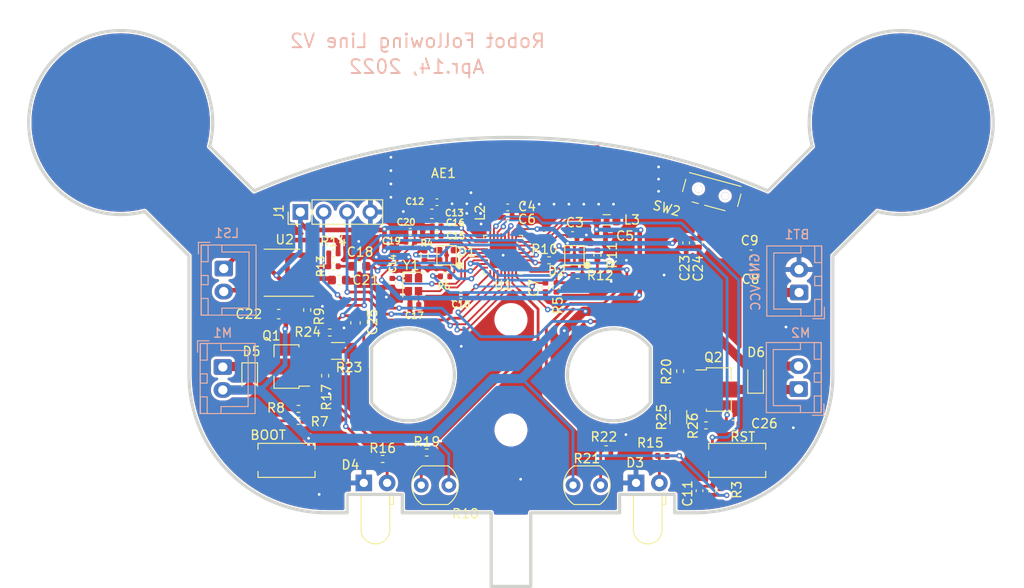
<source format=kicad_pcb>
(kicad_pcb (version 20211014) (generator pcbnew)
  (layers (0 "F.Cu" signal) (31 "B.Cu" signal) (34 "B.Paste" user) (35 "F.Paste" user) (36 "B.SilkS" user "B.Silkscreen") (37 "F.SilkS" user "F.Silkscreen") (38 "B.Mask" user) (39 "F.Mask" user) (44 "Edge.Cuts" user))
  (net 0 "")
  (net 1 "GND")
  (net 2 "/VDDCORE")
  (net 3 "/DCDC_OUT")
  (net 4 "/ANT")
  (net 5 "Net-(C11-Pad1)")
  (net 6 "/XIN")
  (net 7 "/AVDD15")
  (net 8 "/XOUT")
  (net 9 "VCC")
  (net 10 "Net-(BOOT1-Pad1)")
  (net 11 "Net-(BT1-Pad1)")
  (net 12 "/AUDIO")
  (net 13 "Net-(C18-Pad2)")
  (net 14 "/UART1_DTR")
  (net 15 "Net-(C21-Pad1)")
  (net 16 "Net-(D2-Pad1)")
  (net 17 "Net-(D2-Pad2)")
  (net 18 "Net-(D2-Pad4)")
  (net 19 "Net-(L3-Pad2)")
  (net 20 "Net-(D3-Pad2)")
  (net 21 "/LED_R")
  (net 22 "/LED_G")
  (net 23 "/LED_B")
  (net 24 "Net-(D4-Pad2)")
  (net 27 "Net-(AE1-Pad1)")
  (net 28 "Net-(D1-Pad1)")
  (net 29 "Net-(D1-Pad2)")
  (net 30 "Net-(D1-Pad4)")
  (net 31 "Net-(D5-Pad1)")
  (net 32 "Net-(D6-Pad1)")
  (net 33 "Net-(LS1-Pad1)")
  (net 34 "Net-(LS1-Pad2)")
  (net 35 "Net-(Q1-Pad1)")
  (net 36 "Net-(Q2-Pad1)")
  (net 37 "/S_SD")
  (net 38 "/MC_1")
  (net 39 "/MC_2")
  (net 40 "Net-(Q1-Pad3)")
  (net 41 "Net-(R13-Pad2)")
  (net 42 "/MOTOR1")
  (net 43 "/P1")
  (net 44 "/MOTOR2")
  (net 45 "/P2")
  (net 46 "Net-(Q2-Pad3)")
  (net 48 "/TX0")
  (net 49 "/RX0")
  (footprint "Resistor_SMD:R_0402_1005Metric" (layer "F.Cu") (at 221.697 144.5 90)
    (fp_text reference "R3")
    (fp_text value "10K")
  )
  (footprint "Capacitor_SMD:C_0402_1005Metric" (layer "F.Cu") (at 191.72 115.75 180)
    (fp_text reference "C16")
    (fp_text value "2.2uF")
  )
  (footprint "Capacitor_SMD:C_0603_1608Metric" (layer "F.Cu") (at 181.1 121.6)
    (fp_text reference "C21")
    (fp_text value "1uF")
  )
  (footprint "LED_THT:LED_D3.0mm_Horizontal_O1.27mm_Z2.0mm" (layer "F.Cu") (at 213.4 143.65)
    (fp_text reference "D3")
    (fp_text value "LED")
  )
  (footprint "Capacitor_SMD:C_0603_1608Metric" (layer "F.Cu") (at 191.2 114.4 180)
    (fp_text reference "C13")
    (fp_text value "10uF")
  )
  (footprint "Capacitor_SMD:C_0402_1005Metric" (layer "F.Cu") (at 199.45 114.8)
    (fp_text reference "C6")
    (fp_text value "NC")
  )
  (footprint "Capacitor_SMD:C_0402_1005Metric" (layer "F.Cu") (at 186.9 121.9 -90)
    (fp_text reference "C14")
    (fp_text value "12pF")
  )
  (footprint "Package_SO:SOP-8_3.9x4.9mm_P1.27mm" (layer "F.Cu") (at 174.9 120.8 180)
    (fp_text reference "U2")
    (fp_text value "FM8002A")
  )
  (footprint "Diode_SMD:D_SOD-323" (layer "F.Cu") (at 226.4 132.4 90)
    (fp_text reference "D6")
    (fp_text value "1N4148WS")
  )
  (footprint "Capacitor_SMD:C_0402_1005Metric" (layer "F.Cu") (at 206.5 116.7)
    (fp_text reference "C3")
    (fp_text value "2.2uF")
  )
  (footprint "Resistor_SMD:R_0402_1005Metric" (layer "F.Cu") (at 180.1 127.3)
    (fp_text reference "R24")
    (fp_text value "10K")
  )
  (footprint "Inductor_SMD:L_0402_1005Metric" (layer "F.Cu") (at 197.55 114.2 -90)
    (fp_text reference "L2")
    (fp_text value "0R")
  )
  (footprint "Package_DFN_QFN:QFN-32-1EP_4x4mm_P0.4mm_EP2.9x2.9mm" (layer "F.Cu") (at 198.95 118.85 180)
    (fp_text reference "U1")
    (fp_text value "BL702")
  )
  (footprint "Resistor_SMD:R_0402_1005Metric" (layer "F.Cu") (at 185.85 141.05)
    (fp_text reference "R16")
    (fp_text value "1K")
  )
  (footprint "Capacitor_SMD:C_0402_1005Metric" (layer "F.Cu") (at 225.9 118.7)
    (fp_text reference "C9")
    (fp_text value "2.2uF")
  )
  (footprint "Capacitor_SMD:C_0402_1005Metric" (layer "F.Cu") (at 218.85 117.55 -90)
    (fp_text reference "C23")
    (fp_text value "2.2uF")
  )
  (footprint "Capacitor_SMD:C_0402_1005Metric" (layer "F.Cu") (at 203.55 122.4 90)
    (fp_text reference "C7")
    (fp_text value "2.2uF")
  )
  (footprint "Resistor_SMD:R_0402_1005Metric" (layer "F.Cu") (at 180.5 120.1 180)
    (fp_text reference "R13")
    (fp_text value "20K")
  )
  (footprint "Package_TO_SOT_SMD:SOT-89-3" (layer "F.Cu") (at 175.7 131 180)
    (fp_text reference "Q1")
    (fp_text value "BCX56")
  )
  (footprint "Package_TO_SOT_SMD:SOT-89-3" (layer "F.Cu") (at 222.1 133.5)
    (fp_text reference "Q2")
    (fp_text value "BCX56")
  )
  (footprint "Capacitor_SMD:C_0603_1608Metric" (layer "F.Cu") (at 174.55 125.3 180)
    (fp_text reference "C22")
    (fp_text value "1uF")
  )
  (footprint "Resistor_SMD:R_0402_1005Metric" (layer "F.Cu") (at 218.2 131.5 -90)
    (fp_text reference "R20")
    (fp_text value "1K")
  )
  (footprint "Button_Switch_SMD:SW_SPST_EVQPE1" (layer "F.Cu") (at 175.4 141.2)
    (fp_text reference "BOOT")
    (fp_text value "SW_Push")
  )
  (footprint "LED_THT:LED_D3.0mm_Horizontal_O1.27mm_Z2.0mm" (layer "F.Cu") (at 183.8 143.65)
    (fp_text reference "D4")
    (fp_text value "LED")
  )
  (footprint "Capacitor_SMD:C_0603_1608Metric" (layer "F.Cu") (at 224 137.35 180)
    (fp_text reference "C26")
    (fp_text value "1uF")
  )
  (footprint "Capacitor_SMD:C_0603_1608Metric" (layer "F.Cu") (at 182.9 126.25 90)
    (fp_text reference "C25")
    (fp_text value "1uF")
  )
  (footprint "USB A SMD PAD:FM-B2020RGBA-HG" (layer "F.Cu") (at 206.7 118.9 180)
    (fp_text reference "D2")
    (fp_text value "LED_RGBA")
  )
  (footprint "Capacitor_SMD:C_0402_1005Metric" (layer "F.Cu") (at 209.6 116.75)
    (fp_text reference "C5")
    (fp_text value "2.2uF")
  )
  (footprint "Resistor_SMD:R_0402_1005Metric" (layer "F.Cu") (at 203.95 119.45 180)
    (fp_text reference "R10")
    (fp_text value "1K")
  )
  (footprint "Resistor_SMD:R_0402_1005Metric" (layer "F.Cu") (at 177.65 124.85 90)
    (fp_text reference "R9")
    (fp_text value "10K")
  )
  (footprint "Capacitor_SMD:C_0402_1005Metric" (layer "F.Cu") (at 191.72 116.774 180)
    (fp_text reference "C15")
    (fp_text value "10pF")
  )
  (footprint "Resistor_SMD:R_0402_1005Metric" (layer "F.Cu") (at 221 137.4)
    (fp_text reference "R26")
    (fp_text value "10K")
  )
  (footprint "Capacitor_SMD:C_0603_1608Metric" (layer "F.Cu") (at 183.3 120.1 180)
    (fp_text reference "C18")
    (fp_text value "0.39uF")
  )
  (footprint "Crystal:Crystal_SMD_2016-4Pin_2.0x1.6mm" (layer "F.Cu") (at 189.2 122.1 -90)
    (fp_text reference "Y1")
    (fp_text value "32MHz")
  )
  (footprint "Resistor_SMD:R_0402_1005Metric" (layer "F.Cu") (at 190.4 118.95 90)
    (fp_text reference "R4")
    (fp_text value "1K")
  )
  (footprint "Resistor_SMD:R_0402_1005Metric" (layer "F.Cu") (at 179.6 132 -90)
    (fp_text reference "R17")
    (fp_text value "1K")
  )
  (footprint "Capacitor_SMD:C_0402_1005Metric" (layer "F.Cu") (at 191.754 113.135 180)
    (fp_text reference "C12")
    (fp_text value "10pF")
  )
  (footprint "Diode_SMD:D_SOD-323" (layer "F.Cu") (at 171.4 132.1 -90)
    (fp_text reference "D5")
    (fp_text value "1N4148WS")
  )
  (footprint "Resistor_SMD:R_0402_1005Metric" (layer "F.Cu") (at 209.2 118.85 -90)
    (fp_text reference "R11")
    (fp_text value "1K")
  )
  (footprint "Resistor_SMD:R_0402_1005Metric" (layer "F.Cu") (at 176.7 136.9)
    (fp_text reference "R7")
    (fp_text value "510R")
  )
  (footprint "OptoDevice:R_LDR_5.0x4.1mm_P3mm_Vertical" (layer "F.Cu") (at 193.05 143.9 180)
    (fp_text reference "R18")
    (fp_text value "A9050")
  )
  (footprint "Resistor_SMD:R_0402_1005Metric" (layer "F.Cu") (at 190.65 140.35)
    (fp_text reference "R19")
    (fp_text value "10K")
  )
  (footprint "USB A SMD PAD:FM-B2020RGBA-HG" (layer "F.Cu") (at 192.8 118.9 180)
    (fp_text reference "D1")
    (fp_text value "LED_RGBA")
  )
  (footprint "Resistor_SMD:R_0402_1005Metric" (layer "F.Cu") (at 176.7 135.6 180)
    (fp_text reference "R8")
    (fp_text value "20K")
  )
  (footprint "Resistor_SMD:R_0402_1005Metric" (layer "F.Cu") (at 216.26 140.7 180)
    (fp_text reference "R15")
    (fp_text value "1K")
  )
  (footprint "Resistor_SMD:R_0402_1005Metric" (layer "F.Cu") (at 210.15 140)
    (fp_text reference "R22")
    (fp_text value "10K")
  )
  (footprint "MountingHole:MountingHole_3mm" (layer "F.Cu") (at 199.8 137.9 90)
    (fp_text reference "H2")
    (fp_text value "MountingHole")
  )
  (footprint "Resistor_SMD:R_0402_1005Metric" (layer "F.Cu") (at 192.65 121.2 180)
    (fp_text reference "R6")
    (fp_text value "1K")
  )
  (footprint "Capacitor_SMD:C_0402_1005Metric" (layer "F.Cu") (at 189.3 124.3 180)
    (fp_text reference "C17")
    (fp_text value "12pF")
  )
  (footprint "Button_Switch_SMD:SW_SPST_EVQPE1" (layer "F.Cu") (at 224.4 141.2)
    (fp_text reference "RST")
    (fp_text value "SW_Push")
  )
  (footprint "Inductor_SMD:L_0805_2012Metric" (layer "F.Cu") (at 210.2 115.05)
    (fp_text reference "L3")
    (fp_text value "2.2uH")
  )
  (footprint "Capacitor_SMD:C_0402_1005Metric" (layer "F.Cu") (at 194.35 123.2)
    (fp_text reference "C10")
    (fp_text value "2.2uF")
  )
  (footprint "Resistor_SMD:R_0402_1005Metric" (layer "F.Cu") (at 180.5 118.7 180)
    (fp_text reference "R14")
    (fp_text value "20K")
  )
  (footprint "Capacitor_SMD:C_0402_1005Metric" (layer "F.Cu") (at 188.85 116.35 180)
    (fp_text reference "C20")
    (fp_text value "100nF")
  )
  (footprint "Capacitor_SMD:C_0402_1005Metric" (layer "F.Cu") (at 188.85 117.45 180)
    (fp_text reference "C19")
    (fp_text value "10pF")
  )
  (footprint "OptoDevice:R_LDR_5.0x4.1mm_P3mm_Vertical" (layer "F.Cu") (at 206.55 143.9)
    (fp_text reference "R21")
    (fp_text value "A9050")
  )
  (footprint "Resistor_SMD:R_1206_3216Metric" (layer "F.Cu") (at 218 136.5 90)
    (fp_text reference "R25")
    (fp_text value "1R")
  )
  (footprint "Capacitor_SMD:C_0402_1005Metric" (layer "F.Cu") (at 199.45 113.7)
    (fp_text reference "C4")
    (fp_text value "NC")
  )
  (footprint "Capacitor_SMD:C_0402_1005Metric" (layer "F.Cu") (at 225.9 120.2)
    (fp_text reference "C8")
    (fp_text value "2.2uF")
  )
  (footprint "Capacitor_SMD:C_0402_1005Metric" (layer "F.Cu") (at 220.3 144.5 -90)
    (fp_text reference "C11")
    (fp_text value "100nF")
  )
  (footprint "Slide switch:MSK12C02-HB" (layer "F.Cu") (at 221.5 112.6 165)
    (fp_text reference "SW2")
    (fp_text value "SW_SPST")
  )
  (footprint "Capacitor_SMD:C_0402_1005Metric" (layer "F.Cu") (at 220.25 117.55 -90)
    (fp_text reference "C24")
    (fp_text value "100nF")
  )
  (footprint "Resistor_SMD:R_1206_3216Metric" (layer "F.Cu") (at 181 129.3 180)
    (fp_text reference "R23")
    (fp_text value "1R")
  )
  (footprint "Connector_PinHeader_2.54mm:PinHeader_1x04_P2.54mm_Vertical" (layer "F.Cu") (at 176.9 114.2 90)
    (fp_text reference "J1")
    (fp_text value "Conn_01x04_Male")
  )
  (footprint "Resistor_SMD:R_0402_1005Metric" (layer "F.Cu") (at 207.05 121.05 180)
    (fp_text reference "R12")
    (fp_text value "1K")
  )
  (footprint "Resistor_SMD:R_0402_1005Metric" (layer "F.Cu") (at 204.75 122.4 90)
    (fp_text reference "R5")
    (fp_text value "1K")
  )
  (footprint "MountingHole:MountingHole_3mm" (layer "F.Cu") (at 199.8 125.9 90)
    (fp_text reference "H1")
    (fp_text value "MountingHole")
  )
  (footprint "RF_Antenna:Texas_SWRA117D_2.4GHz_Right" (layer "F.Cu") (at 197.55 112.1)
    (fp_text reference "AE1")
    (fp_text value "Antenna_Dipole")
  )
  (footprint "Connector_JST:JST_XH_B2B-XH-A_1x02_P2.50mm_Vertical" (layer "B.Cu") (at 168.575 120.35 -90)
    (fp_text reference "LS1")
    (fp_text value "Speaker")
  )
  (footprint "Connector_JST:JST_XH_B2B-XH-A_1x02_P2.50mm_Vertical" (layer "B.Cu") (at 231.125 122.95 90)
    (fp_text reference "BT1")
    (fp_text value "Battery")
  )
  (footprint "Connector_JST:JST_XH_B2B-XH-A_1x02_P2.50mm_Vertical" (layer "B.Cu") (at 168.475 131.05 -90)
    (fp_text reference "M1")
    (fp_text value "Conn_01x02_Male")
  )
  (footprint "Connector_JST:JST_XH_B2B-XH-A_1x02_P2.50mm_Vertical" (layer "B.Cu") (at 231.075 133.45 90)
    (fp_text reference "M2")
    (fp_text value "Conn_01x02_Male")
  )
  (gr_line (start 184.650006 128.9) (end 184.650006 134.9) (layer "Edge.Cuts") (width 0.35))
  (gr_arc (start 179.799999 146.9) (mid 169.193398 142.506601) (end 164.8 131.899999) (layer "Edge.Cuts") (width 0.35))
  (gr_line (start 181.990002 144.9) (end 181.990002 146.9) (layer "Edge.Cuts") (width 0.35))
  (gr_line (start 211.609997 144.9) (end 217.609997 144.9) (layer "Edge.Cuts") (width 0.35))
  (gr_line (start 217.609997 144.9) (end 217.609997 146.9) (layer "Edge.Cuts") (width 0.35))
  (gr_line (start 234.8 131.9) (end 234.8 118.97106) (layer "Edge.Cuts") (width 0.35))
  (gr_arc (start 184.650006 128.9) (mid 193.650006 131.9) (end 184.650006 134.9) (layer "Edge.Cuts") (width 0.35))
  (gr_arc (start 232.567149 107.061784) (mid 249.297474 97.402525) (end 239.638217 114.132851) (layer "Edge.Cuts") (width 0.35))
  (gr_arc (start 214.949994 134.9) (mid 205.949994 131.9) (end 214.949994 128.9) (layer "Edge.Cuts") (width 0.35))
  (gr_line (start 197.650006 154.9) (end 197.650006 146.9) (layer "Edge.Cuts") (width 0.35))
  (gr_line (start 179.8 146.9) (end 181.990002 146.9) (layer "Edge.Cuts") (width 0.35))
  (gr_line (start 159.961789 114.132849) (end 164.8 118.97106) (layer "Edge.Cuts") (width 0.35))
  (gr_arc (start 159.961784 114.132851) (mid 150.302525 97.402526) (end 167.032851 107.061783) (layer "Edge.Cuts") (width 0.35))
  (gr_line (start 239.638211 114.132849) (end 234.8 118.97106) (layer "Edge.Cuts") (width 0.35))
  (gr_line (start 167.032849 107.061789) (end 171.87106 111.9) (layer "Edge.Cuts") (width 0.35))
  (gr_line (start 164.8 131.9) (end 164.8 118.97106) (layer "Edge.Cuts") (width 0.35))
  (gr_line (start 211.609997 146.9) (end 211.609997 144.9) (layer "Edge.Cuts") (width 0.35))
  (gr_arc (start 234.8 131.9) (mid 230.406601 142.506602) (end 219.799999 146.9) (layer "Edge.Cuts") (width 0.35))
  (gr_line (start 187.990002 146.9) (end 197.650006 146.9) (layer "Edge.Cuts") (width 0.35))
  (gr_line (start 214.949994 128.9) (end 214.949994 134.9) (layer "Edge.Cuts") (width 0.35))
  (gr_line (start 201.949994 154.9) (end 197.650006 154.9) (layer "Edge.Cuts") (width 0.35))
  (gr_arc (start 171.871068 111.899997) (mid 199.800001 106.087027) (end 227.728934 111.899998) (layer "Edge.Cuts") (width 0.35))
  (gr_line (start 219.8 146.9) (end 217.609997 146.9) (layer "Edge.Cuts") (width 0.35))
  (gr_line (start 187.990002 144.9) (end 181.990002 144.9) (layer "Edge.Cuts") (width 0.35))
  (gr_line (start 232.567151 107.061789) (end 227.72894 111.9) (layer "Edge.Cuts") (width 0.35))
  (gr_line (start 201.949994 146.9) (end 201.949994 154.9) (layer "Edge.Cuts") (width 0.35))
  (gr_line (start 211.609997 146.9) (end 201.949994 146.9) (layer "Edge.Cuts") (width 0.35))
  (gr_line (start 187.990002 146.9) (end 187.990002 144.9) (layer "Edge.Cuts") (width 0.35))
  (gr_text "Robot Following Line V2" (at 189.65 95.6) (layer "B.SilkS") (effects (font (size 1.5 1.5) (thickness 0.2)) (justify mirror)))
  (gr_text "Apr.14, 2022" (at 189.55 98.4) (layer "B.SilkS") (effects (font (size 1.5 1.5) (thickness 0.2)) (justify mirror)))
  (gr_text "GND" (at 226.3 120.2 90) (layer "B.SilkS") (effects (font (size 1 1)) (justify mirror)))
  (gr_text "VCC" (at 226.4 123.5 90) (layer "B.SilkS") (effects (font (size 1 1)) (justify mirror)))
  (segment (start 172.275 121.435) (end 173.085 121.435) (width 0.5) (layer "F.Cu") (net 1))
  (segment (start 187.32 122.8) (end 186.9 122.38) (width 0.5) (layer "F.Cu") (net 1))
  (segment (start 184.72785 122.38) (end 184.19785 121.85) (width 0.5) (layer "F.Cu") (net 1))
  (segment (start 188.65 122.8) (end 187.32 122.8) (width 0.5) (layer "F.Cu") (net 1))
  (segment (start 205.8 123.4) (end 206.95 123.4) (width 0.5) (layer "F.Cu") (net 1))
  (segment (start 203.55 123.35) (end 203.9 123.7) (width 0.5) (layer "F.Cu") (net 1))
  (segment (start 189.75 120.6) (end 189.25 120.1) (width 0.5) (layer "F.Cu") (net 1))
  (segment (start 206.98 116.7) (end 208 116.7) (width 0.5) (layer "F.Cu") (net 1))
  (segment (start 189.75 121.4) (end 189.75 120.6) (width 0.5) (layer "F.Cu") (net 1))
  (segment (start 188.69092 119.54092) (end 188.69092 119.1005) (width 0.5) (layer "F.Cu") (net 1))
  (segment (start 189.25 120.1) (end 188.69092 119.54092) (width 0.5) (layer "F.Cu") (net 1))
  (segment (start 204.2 124) (end 205.2 124) (width 0.5) (layer "F.Cu") (net 1))
  (segment (start 173.085 121.435) (end 173.775 122.125) (width 0.5) (layer "F.Cu") (net 1))
  (segment (start 186.9 122.38) (end 184.72785 122.38) (width 0.5) (layer "F.Cu") (net 1))
  (segment (start 205.2 124) (end 205.8 123.4) (width 0.5) (layer "F.Cu") (net 1))
  (segment (start 173.775 122.125) (end 173.775 125.3) (width 0.5) (layer "F.Cu") (net 1))
  (segment (start 206.95 123.4) (end 209.05 123.4) (width 0.5) (layer "F.Cu") (net 1))
  (segment (start 182.125 121.85) (end 181.875 121.6) (width 0.5) (layer "F.Cu") (net 1))
  (segment (start 184.19785 121.85) (end 182.125 121.85) (width 0.5) (layer "F.Cu") (net 1))
  (segment (start 203.9 123.7) (end 204.2 124) (width 0.5) (layer "F.Cu") (net 1))
  (segment (start 209.05 123.4) (end 210.7 121.75) (width 0.5) (layer "F.Cu") (net 1))
  (segment (start 203.55 122.88) (end 203.55 123.35) (width 0.5) (layer "F.Cu") (net 1))
  (via (at 183.25 117.4) (size 0.6) (drill 0.3) (layers "F.Cu" "B.Cu") (net 1))
  (via (at 210.7 121.75) (size 0.6) (drill 0.3) (layers "F.Cu" "B.Cu") (net 1))
  (via (at 178.95 144.9) (size 0.6) (drill 0.3) (layers "F.Cu" "B.Cu") (net 1))
  (via (at 186.75 108.25) (size 0.6) (drill 0.3) (layers "F.Cu" "B.Cu") (net 1))
  (via (at 193.4 113.3) (size 0.6) (drill 0.3) (layers "F.Cu" "B.Cu") (net 1))
  (via (at 186.75 112.6) (size 0.6) (drill 0.3) (layers "F.Cu" "B.Cu") (net 1))
  (via (at 215.85 111.95) (size 0.6) (drill 0.3) (layers "F.Cu" "B.Cu") (net 1))
  (via (at 180.05 133.95) (size 0.6) (drill 0.3) (layers "F.Cu" "B.Cu") (net 1))
  (via (at 208 116.7) (size 0.6) (drill 0.3) (layers "F.Cu" "B.Cu") (net 1))
  (via (at 186.75 111.15) (size 0.6) (drill 0.3) (layers "F.Cu" "B.Cu") (net 1))
  (via (at 200.85 143.25) (size 0.6) (drill 0.3) (layers "F.Cu" "B.Cu") (net 1))
  (via (at 230.5 137.65) (size 0.6) (drill 0.3) (layers "F.Cu" "B.Cu") (net 1))
  (via (at 215.85 110.625) (size 0.6) (drill 0.3) (layers "F.Cu" "B.Cu") (net 1))
  (via (at 196.5 113.35) (size 0.6) (drill 0.3) (layers "F.Cu" "B.Cu") (net 1))
  (via (at 196.5 114.35) (size 0.6) (drill 0.3) (layers "F.Cu" "B.Cu") (net 1))
  (via (at 202.866666 113.35) (size 0.6) (drill 0.3) (layers "F.Cu" "B.Cu") (net 1))
  (via (at 196.55 115.5) (size 0.6) (drill 0.3) (layers "F.Cu" "B.Cu") (net 1))
  (via (at 186.25 123.45) (size 0.6) (drill 0.3) (layers "F.Cu" "B.Cu") (net 1))
  (via (at 216.45 121.05) (size 0.6) (drill 0.3) (layers "F.Cu" "B.Cu") (net 1))
  (via (at 201.25 113.35) (size 0.6) (drill 0.3) (layers "F.Cu" "B.Cu") (net 1))
  (via (at 181.65 126.8) (size 0.6) (drill 0.3) (layers "F.Cu" "B.Cu") (net 1))
  (via (at 188.1 114.15) (size 0.6) (drill 0.3) (layers "F.Cu" "B.Cu") (net 1))
  (via (at 195 114.35) (size 0.6) (drill 0.3) (layers "F.Cu" "B.Cu") (net 1))
  (via (at 207.716664 113.35) (size 0.6) (drill 0.3) (layers "F.Cu" "B.Cu") (net 1))
  (via (at 212.35 119.45) (size 0.6) (drill 0.3) (layers "F.Cu" "B.Cu") (net 1))
  (via (at 185.156777 119.1005) (size 0.6) (drill 0.3) (layers "F.Cu" "B.Cu") (net 1))
  (via (at 188.69092 119.1005) (size 0.6) (drill 0.3) (layers "F.Cu" "B.Cu") (net 1))
  (via (at 186.75 109.7) (size 0.6) (drill 0.3) (layers "F.Cu" "B.Cu") (net 1))
  (via (at 179.3 124.45) (size 0.6) (drill 0.3) (layers "F.Cu" "B.Cu") (net 1))
  (via (at 229.7 126.7) (size 0.6) (drill 0.3) (layers "F.Cu" "B.Cu") (net 1))
  (via (at 215.85 109.3) (size 0.6) (drill 0.3) (layers "F.Cu" "B.Cu") (net 1))
  (via (at 194.4 128.8) (size 0.6) (drill 0.3) (layers "F.Cu" "B.Cu") (net 1))
  (via (at 198.95 118.9) (size 0.6) (drill 0.3) (layers "F.Cu" "B.Cu") (net 1))
  (via (at 210.95 113.35) (size 0.6) (drill 0.3) (layers "F.Cu" "B.Cu") (net 1))
  (via (at 209.33333 113.35) (size 0.6) (drill 0.3) (layers "F.Cu" "B.Cu") (net 1))
  (via (at 206.099998 113.35) (size 0.6) (drill 0.3) (layers "F.Cu" "B.Cu") (net 1))
  (via (at 204.483332 113.35) (size 0.6) (drill 0.3) (layers "F.Cu" "B.Cu") (net 1))
  (via (at 195 113.3) (size 0.6) (drill 0.3) (layers "F.Cu" "B.Cu") (net 1))
  (via (at 212.3 138.4) (size 0.6) (drill 0.3) (layers "F.Cu" "B.Cu") (net 1))
  (segment (start 188.641909 119.149511) (end 185.205788 119.149511) (width 0.5) (layer "B.Cu") (net 1))
  (segment (start 185.205788 119.149511) (end 185.156777 119.1005) (width 0.5) (layer "B.Cu") (net 1))
  (segment (start 188.69092 119.1005) (end 188.641909 119.149511) (width 0.5) (layer "B.Cu") (net 1))
  (segment (start 203.8 117.85) (end 204.95 116.7) (width 0.2) (layer "F.Cu") (net 2))
  (segment (start 204.95 116.7) (end 206.02 116.7) (width 0.2) (layer "F.Cu") (net 2))
  (segment (start 200.95 117.85) (end 203.8 117.85) (width 0.2) (layer "F.Cu") (net 2))
  (segment (start 196.95 118.25) (end 195.15 118.25) (width 0.2) (layer "F.Cu") (net 3))
  (segment (start 185.75 121.6) (end 185.75 121.15) (width 0.2) (layer "F.Cu") (net 3))
  (segment (start 200.95 117.45) (end 203.5 117.45) (width 0.2) (layer "F.Cu") (net 3))
  (segment (start 213.8 123.2) (end 213.75 123.25) (width 0.5) (layer "F.Cu") (net 3))
  (segment (start 213.9 116.15) (end 213.8 116.25) (width 0.5) (layer "F.Cu") (net 3))
  (segment (start 189.33 116.35) (end 189.33 117.45) (width 0.2) (layer "F.Cu") (net 3))
  (segment (start 213.8 116.25) (end 213.8 123.2) (width 0.5) (layer "F.Cu") (net 3))
  (segment (start 195.15 118.25) (end 194.4 117.5) (width 0.2) (layer "F.Cu") (net 3))
  (segment (start 209.12 116.75) (end 209.12 116.12) (width 0.5) (layer "F.Cu") (net 3))
  (segment (start 189.33 117.57) (end 189.33 117.45) (width 0.2) (layer "F.Cu") (net 3))
  (segment (start 189.38 117.5) (end 189.33 117.45) (width 0.2) (layer "F.Cu") (net 3))
  (segment (start 205.9 115.05) (end 209.1375 115.05) (width 0.2) (layer "F.Cu") (net 3))
  (segment (start 209.12 116.75) (end 209.12 115.0675) (width 0.5) (layer "F.Cu") (net 3))
  (segment (start 209.12 116.12) (end 209.1 116.1) (width 0.5) (layer "F.Cu") (net 3))
  (segment (start 203.5 117.45) (end 205.9 115.05) (width 0.2) (layer "F.Cu") (net 3))
  (segment (start 194.4 117.5) (end 189.38 117.5) (width 0.2) (layer "F.Cu") (net 3))
  (segment (start 209.12 115.0675) (end 209.1375 115.05) (width 0.5) (layer "F.Cu") (net 3))
  (segment (start 185.75 121.15) (end 189.33 117.57) (width 0.2) (layer "F.Cu") (net 3))
  (via (at 209.1 116.1) (size 0.6) (drill 0.3) (layers "F.Cu" "B.Cu") (net 3))
  (via (at 185.75 121.6) (size 0.6) (drill 0.3) (layers "F.Cu" "B.Cu") (net 3))
  (via (at 213.9 116.15) (size 0.6) (drill 0.3) (layers "F.Cu" "B.Cu") (net 3))
  (via (at 213.75 123.25) (size 0.6) (drill 0.3) (layers "F.Cu" "B.Cu") (net 3))
  (segment (start 185.75 121.6) (end 187.7 123.55) (width 0.5) (layer "B.Cu") (net 3))
  (segment (start 209.15 116.15) (end 209.1 116.1) (width 0.5) (layer "B.Cu") (net 3))
  (segment (start 213.45 123.55) (end 213.75 123.25) (width 0.5) (layer "B.Cu") (net 3))
  (segment (start 213.9 116.15) (end 209.15 116.15) (width 0.5) (layer "B.Cu") (net 3))
  (segment (start 187.7 123.55) (end 213.45 123.55) (width 0.5) (layer "B.Cu") (net 3))
  (segment (start 197.665 114.8) (end 197.55 114.685) (width 0.5) (layer "F.Cu") (net 4))
  (segment (start 197.55 116.85) (end 197.55 114.685) (width 0.2) (layer "F.Cu") (net 4))
  (segment (start 198.97 114.8) (end 197.665 114.8) (width 0.5) (layer "F.Cu") (net 4))
  (segment (start 221.7 141.2) (end 221.7 138.7) (width 0.3) (layer "F.Cu") (net 5))
  (segment (start 221.697 141.203) (end 221.7 141.2) (width 0.3) (layer "F.Cu") (net 5))
  (segment (start 220.3 144.02) (end 221.667 144.02) (width 0.3) (layer "F.Cu") (net 5))
  (segment (start 197.95 116.85) (end 197.95 115.956275) (width 0.2) (layer "F.Cu") (net 5))
  (segment (start 221.697 143.99) (end 221.697 141.203) (width 0.3) (layer "F.Cu") (net 5))
  (segment (start 221.667 144.02) (end 221.697 143.99) (width 0.3) (layer "F.Cu") (net 5))
  (segment (start 197.95 115.956275) (end 198.167277 115.738998) (width 0.2) (layer "F.Cu") (net 5))
  (via (at 221.7 138.7) (size 0.6) (drill 0.3) (layers "F.Cu" "B.Cu") (net 5))
  (via (at 198.167277 115.738998) (size 0.6) (drill 0.3) (layers "F.Cu" "B.Cu") (net 5))
  (segment (start 199.042497 114.892497) (end 199.013778 114.892497) (width 0.2) (layer "B.Cu") (net 5))
  (segment (start 199.2248 114.710194) (end 199.042497 114.892497) (width 0.2) (layer "B.Cu") (net 5))
  (segment (start 224.55 137.5) (end 224.55 121.609954) (width 0.3) (layer "B.Cu") (net 5))
  (segment (start 199.013778 114.892497) (end 198.167277 115.738998) (width 0.2) (layer "B.Cu") (net 5))
  (segment (start 224.55 121.609954) (end 218.340046 115.4) (width 0.3) (layer "B.Cu") (net 5))
  (segment (start 202.560195 114.710195) (end 199.2248 114.710194) (width 0.2) (layer "B.Cu") (net 5))
  (segment (start 221.7 138.7) (end 223.35 138.7) (width 0.3) (layer "B.Cu") (net 5))
  (segment (start 203.25 115.4) (end 202.560195 114.710195) (width 0.2) (layer "B.Cu") (net 5))
  (segment (start 218.340046 115.4) (end 203.25 115.4) (width 0.3) (layer "B.Cu") (net 5))
  (segment (start 223.35 138.7) (end 224.55 137.5) (width 0.3) (layer "B.Cu") (net 5))
  (segment (start 186.92 121.4) (end 186.9 121.42) (width 0.2) (layer "F.Cu") (net 6))
  (segment (start 194.4 121.4) (end 193.8 122) (width 0.2) (layer "F.Cu") (net 6))
  (segment (start 195.15 118.65) (end 194.4 119.4) (width 0.2) (layer "F.Cu") (net 6))
  (segment (start 188.63 121.42) (end 188.65 121.4) (width 0.2) (layer "F.Cu") (net 6))
  (segment (start 193.8 122) (end 191.2 122) (width 0.2) (layer "F.Cu") (net 6))
  (segment (start 186.9 121.42) (end 188.63 121.42) (width 0.2) (layer "F.Cu") (net 6))
  (segment (start 194.4 119.4) (end 194.4 121.4) (width 0.2) (layer "F.Cu") (net 6))
  (segment (start 196.95 118.65) (end 195.15 118.65) (width 0.2) (layer "F.Cu") (net 6))
  (via (at 187.65 121.4) (size 0.6) (drill 0.3) (layers "F.Cu" "B.Cu") (net 6))
  (via (at 191.2 122) (size 0.6) (drill 0.3) (layers "F.Cu" "B.Cu") (net 6))
  (segment (start 187.65 121.4) (end 188.25 122) (width 0.2) (layer "B.Cu") (net 6))
  (segment (start 188.25 122) (end 191.2 122) (width 0.2) (layer "B.Cu") (net 6))
  (segment (start 192.2 115.75) (end 192.2 116.774) (width 0.2) (layer "F.Cu") (net 7))
  (segment (start 196.95 117.85) (end 195.6 117.85) (width 0.2) (layer "F.Cu") (net 7))
  (segment (start 194.524 116.774) (end 192.2 116.774) (width 0.2) (layer "F.Cu") (net 7))
  (segment (start 195.6 117.85) (end 194.524 116.774) (width 0.2) (layer "F.Cu") (net 7))
  (segment (start 195.315006 119.05) (end 194.79952 119.565486) (width 0.2) (layer "F.Cu") (net 8))
  (segment (start 192.5 122.39952) (end 192.09952 122.8) (width 0.2) (layer "F.Cu") (net 8))
  (segment (start 189.75 122.8) (end 189.75 124.27) (width 0.2) (layer "F.Cu") (net 8))
  (segment (start 192.09952 122.8) (end 189.75 122.8) (width 0.2) (layer "F.Cu") (net 8))
  (segment (start 196.95 119.05) (end 195.315006 119.05) (width 0.2) (layer "F.Cu") (net 8))
  (segment (start 194.79952 121.565486) (end 193.965486 122.39952) (width 0.2) (layer "F.Cu") (net 8))
  (segment (start 193.965486 122.39952) (end 192.5 122.39952) (width 0.2) (layer "F.Cu") (net 8))
  (segment (start 194.79952 119.565486) (end 194.79952 121.565486) (width 0.2) (layer "F.Cu") (net 8))
  (segment (start 189.75 124.27) (end 189.78 124.3) (width 0.2) (layer "F.Cu") (net 8))
  (segment (start 225.42 118.7) (end 225.42 120.2) (width 0.5) (layer "F.Cu") (net 9))
  (segment (start 201.45 122.3) (end 200.35 121.2) (width 0.2) (layer "F.Cu") (net 9))
  (segment (start 225.42 120.2) (end 225.42 130.37) (width 0.5) (layer "F.Cu") (net 9))
  (segment (start 199.95 116.85) (end 199.95 116.4) (width 0.2) (layer "F.Cu") (net 9))
  (segment (start 219.5 125) (end 225.45 130.95) (width 1) (layer "F.Cu") (net 9))
  (segment (start 172.275 120.165) (end 173.365 120.165) (width 0.5) (layer "F.Cu") (net 9))
  (segment (start 222.7 118.7) (end 221.07 117.07) (width 0.5) (layer "F.Cu") (net 9))
  (segment (start 221.07 117.07) (end 220.25 117.07) (width 0.5) (layer "F.Cu") (net 9))
  (segment (start 196 122.3) (end 195.1 123.2) (width 0.2) (layer "F.Cu") (net 9))
  (segment (start 220.335563 114.04796) (end 220.335563 116.984437) (width 0.5) (layer "F.Cu") (net 9))
  (segment (start 205.6 127.1) (end 207.7 125) (width 1) (layer "F.Cu") (net 9))
  (segment (start 168.475 133.55) (end 171 133.55) (width 1) (layer "F.Cu") (net 9))
  (segment (start 220.335563 116.984437) (end 220.25 117.07) (width 0.5) (layer "F.Cu") (net 9))
  (segment (start 202.1 122.3) (end 201.45 122.3) (width 0.2) (layer "F.Cu") (net 9))
  (segment (start 185.95 116.15) (end 177.7 116.15) (width 0.5) (layer "F.Cu") (net 9))
  (segment (start 231.075 130.95) (end 229.2 130.95) (width 1) (layer "F.Cu") (net 9))
  (segment (start 202.1 122.3) (end 202.1 123.1) (width 0.2) (layer "F.Cu") (net 9))
  (segment (start 225.42 118.7) (end 222.7 118.7) (width 0.5) (layer "F.Cu") (net 9))
  (segment (start 207.7 125) (end 207.9 125) (width 1) (layer "F.Cu") (net 9))
  (segment (start 177.59 125.3) (end 177.65 125.36) (width 0.5) (layer "F.Cu") (net 9))
  (segment (start 200.35 121.2) (end 200.35 120.85) (width 0.2) (layer "F.Cu") (net 9))
  (segment (start 178.1 139.1) (end 177.8 138.8) (width 0.3) (layer "F.Cu") (net 9))
  (segment (start 218.85 117.07) (end 217.88 117.07) (width 0.5) (layer "F.Cu") (net 9))
  (segment (start 175.325 125.3) (end 175.325 126.825) (width 0.5) (layer "F.Cu") (net 9))
  (segment (start 186.05 116.05) (end 186.05 118.4) (width 0.5) (layer "F.Cu") (net 9))
  (segment (start 202.1 123.1) (end 203.8 124.8) (width 0.2) (layer "F.Cu") (net 9))
  (segment (start 194.4 115.95) (end 192.85 114.4) (width 0.2) (layer "F.Cu") (net 9))
  (segment (start 175.325 126.825) (end 175.25 126.9) (width 0.5) (layer "F.Cu") (net 9))
  (segment (start 217.88 117.07) (end 217.35 117.6) (width 0.5) (layer "F.Cu") (net 9))
  (segment (start 185.34 141.05) (end 185.19 141.2) (width 0.3) (layer "F.Cu") (net 9))
  (segment (start 173.365 120.165) (end 175.325 122.125) (width 0.5) (layer "F.Cu") (net 9))
  (segment (start 185.19 141.2) (end 178.1 141.2) (width 0.3) (layer "F.Cu") (net 9))
  (segment (start 200.3 116.05) (end 202.65 116.05) (width 0.2) (layer "F.Cu") (net 9))
  (segment (start 205.95 117.6) (end 205.95 118.25) (width 0.5) (layer "F.Cu") (net 9))
  (segment (start 191.95 118.35) (end 191.22 118.35) (width 0.5) (layer "F.Cu") (net 9))
  (segment (start 226.8 130.95) (end 226.4 131.35) (width 1) (layer "F.Cu") (net 9))
  (segment (start 220.25 117.07) (end 218.85 117.07) (width 0.5) (layer "F.Cu") (net 9))
  (segment (start 192.234 114.141) (end 191.975 114.4) (width 0.2) (layer "F.Cu") (net 9))
  (segment (start 176.9 115.35) (end 176.9 114.2) (width 0.5) (layer "F.Cu") (net 9))
  (segment (start 202.48 121.92) (end 203.55 121.92) (width 0.2) (layer "F.Cu") (net 9))
  (segment (start 216.77 140.7) (end 218.1 140.7) (width 0.3) (layer "F.Cu") (net 9))
  (segment (start 177.7 116.15) (end 176.9 115.35) (width 0.5) (layer "F.Cu") (net 9))
  (segment (start 192.234 113.135) (end 192.234 114.141) (width 0.2) (layer "F.Cu") (net 9))
  (segment (start 192.85 114.4) (end 191.975 114.4) (width 0.2) (layer "F.Cu") (net 9))
  (segment (start 225.42 130.37) (end 226.4 131.35) (width 0.5) (layer "F.Cu") (net 9))
  (segment (start 202.1 122.3) (end 202.48 121.92) (width 0.2) (layer "F.Cu") (net 9))
  (segment (start 199.95 116.4) (end 200.3 116.05) (width 0.2) (layer "F.Cu") (net 9))
  (segment (start 207.9 125) (end 219.5 125) (width 1) (layer "F.Cu") (net 9))
  (segment (start 191.22 118.35) (end 191.2195 118.3505) (width 0.5) (layer "F.Cu") (net 9))
  (segment (start 223.25 145) (end 221.707 145) (width 0.3) (layer "F.Cu") (net 9))
  (segment (start 195.9 117.45) (end 194.4 115.95) (width 0.2) (layer "F.Cu") (net 9))
  (segment (start 221.707 145) (end 221.697 145.01) (width 0.3) (layer "F.Cu") (net 9))
  (segment (start 198.35 116.404097) (end 198.35 116.85) (width 0.2) (layer "F.Cu") (net 9))
  (segment (start 178.1 141.2) (end 178.1 139.1) (width 0.3) (layer "F.Cu") (net 9))
  (segment (start 196.95 117.45) (end 195.9 117.45) (width 0.2) (layer "F.Cu") (net 9))
  (segment (start 197.55 120.85) (end 196.1 122.3) (width 0.2) (layer "F.Cu") (net 9))
  (segment (start 225.45 130.95) (end 229.2 130.95) (width 1) (layer "F.Cu") (net 9))
  (segment (start 198.976475 115.777622) (end 198.35 116.404097) (width 0.2) (layer "F.Cu") (net 9))
  (segment (start 175.325 125.3) (end 177.59 125.3) (width 0.5) (layer "F.Cu") (net 9))
  (segment (start 205.95 118.25) (end 205.85 118.35) (width 0.5) (layer "F.Cu") (net 9))
  (segment (start 229.2 130.95) (end 226.8 130.95) (width 1) (layer "F.Cu") (net 9))
  (segment (start 195.1 123.2) (end 194.83 123.2) (width 0.2) (layer "F.Cu") (net 9))
  (segment (start 171 133.55) (end 171.4 133.15) (width 1) (layer "F.Cu") (net 9))
  (segment (start 186.05 116.05) (end 185.95 116.15) (width 0.5) (layer "F.Cu") (net 9))
  (segment (start 175.325 122.125) (end 175.325 125.3) (width 0.5) (layer "F.Cu") (net 9))
  (segment (start 196.1 122.3) (end 196 122.3) (width 0.2) (layer "F.Cu") (net 9))
  (via (at 217.35 117.6) (size 0.6) (drill 0.3) (layers "F.Cu" "B.Cu") (net 9))
  (via (at 223.25 145) (size 0.6) (drill 0.3) (layers "F.Cu" "B.Cu") (net 9))
  (via (at 202.65 116.05) (size 0.6) (drill 0.3) (layers "F.Cu" "B.Cu") (net 9))
  (via (at 205.95 117.6) (size 0.6) (drill 0.3) (layers "F.Cu" "B.Cu") (net 9))
  (via (at 175.25 126.9) (size 0.6) (drill 0.3) (layers "F.Cu" "B.Cu") (net 9))
  (via (at 207.9 125) (size 0.6) (drill 0.3) (layers "F.Cu" "B.Cu") (net 9))
  (via (at 186.05 116.05) (size 0.6) (drill 0.3) (layers "F.Cu" "B.Cu") (net 9))
  (via (at 196 122.3) (size 0.6) (drill 0.3) (layers "F.Cu" "B.Cu") (net 9))
  (via (at 174.3 121.1) (size 0.6) (drill 0.3) (layers "F.Cu" "B.Cu") (net 9))
  (via (at 205.6 127.1) (size 0.6) (drill 0.3) (layers "F.Cu" "B.Cu") (net 9))
  (via (at 191.2195 118.3505) (size 0.6) (drill 0.3) (layers "F.Cu" "B.Cu") (net 9))
  (via (at 186.05 118.4) (size 0.6) (drill 0.3) (layers "F.Cu" "B.Cu") (net 9))
  (via (at 202.1 122.3) (size 0.6) (drill 0.3) (layers "F.Cu" "B.Cu") (net 9))
  (via (at 198.976475 115.777622) (size 0.6) (drill 0.3) (layers "F.Cu" "B.Cu") (net 9))
  (via (at 194.4 115.95) (size 0.6) (drill 0.3) (layers "F.Cu" "B.Cu") (net 9))
  (via (at 177.8 138.8) (size 0.6) (drill 0.3) (layers "F.Cu" "B.Cu") (net 9))
  (via (at 203.8 124.8) (size 0.6) (drill 0.3) (layers "F.Cu" "B.Cu") (net 9))
  (via (at 218.1 140.7) (size 0.6) (drill 0.3) (layers "F.Cu" "B.Cu") (net 9))
  (segment (start 206.55 137.9) (end 200.95 132.3) (width 0.3) (layer "B.Cu") (net 9))
  (segment (start 197.85 132.3) (end 191.35 138.8) (width 1) (layer "B.Cu") (net 9))
  (segment (start 204.4 116.05) (end 202.65 116.05) (width 0.5) (layer "B.Cu") (net 9))
  (segment (start 205.95 117.6) (end 204.4 116.05) (width 0.5) (layer "B.Cu") (net 9))
  (segment (start 222.4 145) (end 223.25 145) (width 0.3) (layer "B.Cu") (net 9))
  (segment (start 206.55 140.7) (end 206.55 137.9) (width 0.3) (layer "B.Cu") (net 9))
  (segment (start 218.1 140.7) (end 222.4 145) (width 0.3) (layer "B.Cu") (net 9))
  (segment (start 218.1 140.7) (end 206.55 140.7) (width 0.3) (layer "B.Cu") (net 9))
  (segment (start 176.9 118.5) (end 176.9 114.2) (width 0.5) (layer "B.Cu") (net 9))
  (segment (start 191.35 138.8) (end 177.8 138.8) (width 1) (layer "B.Cu") (net 9))
  (segment (start 175.25 126.9) (end 175.25 130.85) (width 0.5) (layer "B.Cu") (net 9))
  (segment (start 205.6 127.7) (end 205.6 127.1) (width 1) (layer "B.Cu") (net 9))
  (segment (start 188.95 118.1) (end 186.35 118.1) (width 0.5) (layer "B.Cu") (net 9))
  (segment (start 206.55 143.9) (end 206.55 140.7) (width 0.3) (layer "B.Cu") (net 9))
  (segment (start 207.7 124.8) (end 207.9 125) (width 0.2) (layer "B.Cu") (net 9))
  (segment (start 217.35 117.6) (end 205.95 117.6) (width 0.5) (layer "B.Cu") (net 9))
  (segment (start 203.8 124.8) (end 207.7 124.8) (width 0.2) (layer "B.Cu") (net 9))
  (segment (start 190.969 118.1) (end 188.95 118.1) (width 0.5) (layer "B.Cu") (net 9))
  (segment (start 186.05 116.05) (end 186.15 115.95) (width 0.5) (layer "B.Cu") (net 9))
  (segment (start 201 132.3) (end 197.85 132.3) (width 1) (layer "B.Cu") (net 9))
  (segment (start 198.976475 115.777622) (end 198.976475 115.523525) (width 0.2) (layer "B.Cu") (net 9))
  (segment (start 175.25 130.85) (end 172.55 133.55) (width 0.5) (layer "B.Cu") (net 9))
  (segment (start 198.976475 115.523525) (end 199.390286 115.109714) (width 0.2) (layer "B.Cu") (net 9))
  (segment (start 200.859714 115.109714) (end 201.8 116.05) (width 0.2) (layer "B.Cu") (net 9))
  (segment (start 174.3 121.1) (end 176.9 118.5) (width 0.5) (layer "B.Cu") (net 9))
  (segment (start 201 132.3) (end 205.6 127.7) (width 1) (layer "B.Cu") (net 9))
  (segment (start 193.05 140.5) (end 191.35 138.8) (width 0.3) (layer "B.Cu") (net 9))
  (segment (start 177.8 138.8) (end 172.55 133.55) (width 1) (layer "B.Cu") (net 9))
  (segment (start 199.390286 115.109714) (end 200.859714 115.109714) (width 0.2) (layer "B.Cu") (net 9))
  (segment (start 172.55 133.55) (end 168.475 133.55) (width 1) (layer "B.Cu") (net 9))
  (segment (start 191.2195 118.3505) (end 190.969 118.1) (width 0.5) (layer "B.Cu") (net 9))
  (segment (start 201.8 116.05) (end 202.65 116.05) (width 0.2) (layer "B.Cu") (net 9))
  (segment (start 196 122.3) (end 202.1 122.3) (width 0.2) (layer "B.Cu") (net 9))
  (segment (start 186.15 115.95) (end 194.4 115.95) (width 0.5) (layer "B.Cu") (net 9))
  (segment (start 186.35 118.1) (end 186.05 118.4) (width 0.5) (layer "B.Cu") (net 9))
  (segment (start 193.05 143.9) (end 193.05 140.5) (width 0.3) (layer "B.Cu") (net 9))
  (segment (start 176.19 136.9) (end 174.5 136.9) (width 0.3) (layer "F.Cu") (net 10))
  (segment (start 172.7 138.7) (end 172.7 141.2) (width 0.3) (layer "F.Cu") (net 10))
  (segment (start 174.5 136.9) (end 172.7 138.7) (width 0.3) (layer "F.Cu") (net 10))
  (segment (start 224.05 116.5) (end 227.4 116.5) (width 1) (layer "F.Cu") (net 11))
  (segment (start 228.45 122.1) (end 229.3 122.95) (width 1) (layer "F.Cu") (net 11))
  (segment (start 223.233341 114.824417) (end 223.233341 115.683341) (width 1) (layer "F.Cu") (net 11))
  (segment (start 223.233341 115.683341) (end 224.05 116.5) (width 1) (layer "F.Cu") (net 11))
  (segment (start 229.3 122.95) (end 231.125 122.95) (width 1) (layer "F.Cu") (net 11))
  (segment (start 228.45 117.55) (end 228.45 122.1) (width 1) (layer "F.Cu") (net 11))
  (segment (start 227.4 116.5) (end 228.45 117.55) (width 1) (layer "F.Cu") (net 11))
  (segment (start 184.8 120.1) (end 184.075 120.1) (width 0.3) (layer "F.Cu") (net 12))
  (segment (start 196.95 120.25) (end 196.7 120.25) (width 0.2) (layer "F.Cu") (net 12))
  (segment (start 196.7 120.25) (end 195.5 121.45) (width 0.2) (layer "F.Cu") (net 12))
  (segment (start 185.3 120.6) (end 184.8 120.1) (width 0.3) (layer "F.Cu") (net 12))
  (via (at 195.5 121.45) (size 0.6) (drill 0.3) (layers "F.Cu" "B.Cu") (net 12))
  (via (at 185.3 120.6) (size 0.6) (drill 0.3) (layers "F.Cu" "B.Cu") (net 12))
  (segment (start 185.3 120.6) (end 185.65048 120.24952) (width 0.3) (layer "B.Cu") (net 12))
  (segment (start 193.95 121.45) (end 195.5 121.45) (width 0.3) (layer "B.Cu") (net 12))
  (segment (start 185.65048 120.24952) (end 192.74952 120.24952) (width 0.3) (layer "B.Cu") (net 12))
  (segment (start 192.74952 120.24952) (end 193.95 121.45) (width 0.3) (layer "B.Cu") (net 12))
  (segment (start 181.01 120.1) (end 182.525 120.1) (width 0.3) (layer "F.Cu") (net 13))
  (segment (start 202.75 124.75) (end 202.75 128.15) (width 0.3) (layer "F.Cu") (net 14))
  (segment (start 200.7 122.7) (end 202.75 124.75) (width 0.3) (layer "F.Cu") (net 14))
  (segment (start 181.35 135.6) (end 177.21 135.6) (width 0.3) (layer "F.Cu") (net 14))
  (segment (start 192.1 138.8) (end 184.55 138.8) (width 0.3) (layer "F.Cu") (net 14))
  (segment (start 202.75 128.15) (end 192.1 138.8) (width 0.3) (layer "F.Cu") (net 14))
  (segment (start 199.95 121.95) (end 199.95 120.85) (width 0.2) (layer "F.Cu") (net 14))
  (segment (start 177.21 135.6) (end 177.21 136.9) (width 0.3) (layer "F.Cu") (net 14))
  (segment (start 200.7 122.7) (end 199.95 121.95) (width 0.2) (layer "F.Cu") (net 14))
  (segment (start 184.55 138.8) (end 181.35 135.6) (width 0.3) (layer "F.Cu") (net 14))
  (segment (start 180.16 121.435) (end 180.325 121.6) (width 0.5) (layer "F.Cu") (net 15))
  (segment (start 175.885 121.435) (end 177.525 121.435) (width 0.5) (layer "F.Cu") (net 15))
  (segment (start 175.5 119.45) (end 175.5 121.05) (width 0.5) (layer "F.Cu") (net 15))
  (segment (start 176.055 118.895) (end 175.5 119.45) (width 0.5) (layer "F.Cu") (net 15))
  (segment (start 177.525 121.435) (end 180.16 121.435) (width 0.5) (layer "F.Cu") (net 15))
  (segment (start 175.5 121.05) (end 175.885 121.435) (width 0.5) (layer "F.Cu") (net 15))
  (segment (start 177.525 118.895) (end 176.055 118.895) (width 0.5) (layer "F.Cu") (net 15))
  (segment (start 207.55 121.04) (end 207.56 121.05) (width 0.3) (layer "F.Cu") (net 16))
  (segment (start 207.55 119.45) (end 207.55 121.04) (width 0.3) (layer "F.Cu") (net 16))
  (segment (start 205.85 119.45) (end 204.46 119.45) (width 0.3) (layer "F.Cu") (net 17))
  (segment (start 207.55 118.35) (end 209.19 118.35) (width 0.3) (layer "F.Cu") (net 18))
  (segment (start 209.19 118.35) (end 209.2 118.34) (width 0.3) (layer "F.Cu") (net 18))
  (segment (start 210.2625 114.05) (end 211.2625 115.05) (width 0.2) (layer "F.Cu") (net 19))
  (segment (start 206.334994 114.05) (end 210.2625 114.05) (width 0.2) (layer "F.Cu") (net 19))
  (segment (start 203.534994 116.85) (end 206.334994 114.05) (width 0.2) (layer "F.Cu") (net 19))
  (segment (start 200.35 116.85) (end 203.534994 116.85) (width 0.2) (layer "F.Cu") (net 19))
  (segment (start 215.75 140.7) (end 215.94 140.89) (width 0.3) (layer "F.Cu") (net 20))
  (segment (start 215.94 140.89) (end 215.94 143.65) (width 0.3) (layer "F.Cu") (net 20))
  (segment (start 202.1 120.3) (end 201.65 119.85) (width 0.2) (layer "F.Cu") (net 21))
  (segment (start 205.7 121.05) (end 206.54 121.05) (width 0.2) (layer "F.Cu") (net 21))
  (segment (start 192.14 121.2) (end 191.35 121.2) (width 0.3) (layer "F.Cu") (net 21))
  (segment (start 205.7 121.05) (end 204.95 120.3) (width 0.2) (layer "F.Cu") (net 21))
  (segment (start 191.35 121.2) (end 191.3 121.15) (width 0.3) (layer "F.Cu") (net 21))
  (segment (start 201.65 119.85) (end 200.95 119.85) (width 0.2) (layer "F.Cu") (net 21))
  (segment (start 204.95 120.3) (end 202.1 120.3) (width 0.2) (layer "F.Cu") (net 21))
  (via (at 191.3 121.15) (size 0.6) (drill 0.3) (layers "F.Cu" "B.Cu") (net 21))
  (via (at 205.7 121.05) (size 0.6) (drill 0.3) (layers "F.Cu" "B.Cu") (net 21))
  (segment (start 203.94952 122.95048) (end 193.10048 122.95048) (width 0.3) (layer "B.Cu") (net 21))
  (segment (start 205.7 121.2) (end 203.94952 122.95048) (width 0.3) (layer "B.Cu") (net 21))
  (segment (start 205.7 121.05) (end 205.7 121.2) (width 0.3) (layer "B.Cu") (net 21))
  (segment (start 193.10048 122.95048) (end 191.3 121.15) (width 0.3) (layer "B.Cu") (net 21))
  (segment (start 209.2 120.6) (end 209.25 120.65) (width 0.2) (layer "F.Cu") (net 22))
  (segment (start 201.934514 120.69952) (end 201.484994 120.25) (width 0.2) (layer "F.Cu") (net 22))
  (segment (start 209.2 120.85) (end 209.2 119.36) (width 0.3) (layer "F.Cu") (net 22))
  (segment (start 204.75 121.89) (end 208.16 121.89) (width 0.3) (layer "F.Cu") (net 22))
  (segment (start 204.54952 120.69952) (end 204.75 120.9) (width 0.2) (layer "F.Cu") (net 22))
  (segment (start 201.484994 120.25) (end 200.95 120.25) (width 0.2) (layer "F.Cu") (net 22))
  (segment (start 208.16 121.89) (end 209.2 120.85) (width 0.3) (layer "F.Cu") (net 22))
  (segment (start 204.54952 120.69952) (end 201.934514 120.69952) (width 0.2) (layer "F.Cu") (net 22))
  (segment (start 204.75 120.9) (end 204.75 121.89) (width 0.2) (layer "F.Cu") (net 22))
  (segment (start 189.45 118.8495) (end 189.8595 118.44) (width 0.3) (layer "F.Cu") (net 23))
  (segment (start 201.95 119.45) (end 202.2 119.7) (width 0.2) (layer "F.Cu") (net 23))
  (segment (start 203.44 119.46) (end 203.44 119.45) (width 0.2) (layer "F.Cu") (net 23))
  (segment (start 202.2 119.7) (end 202.45 119.7) (width 0.2) (layer "F.Cu") (net 23))
  (segment (start 203.2 119.7) (end 203.44 119.46) (width 0.2) (layer "F.Cu") (net 23))
  (segment (start 189.8595 118.44) (end 190.4 118.44) (width 0.3) (layer "F.Cu") (net 23))
  (segment (start 200.95 119.45) (end 201.95 119.45) (width 0.2) (layer "F.Cu") (net 23))
  (segment (start 202.45 119.7) (end 203.2 119.7) (width 0.2) (layer "F.Cu") (net 23))
  (via (at 189.45 118.8495) (size 0.6) (drill 0.3) (layers "F.Cu" "B.Cu") (net 23))
  (via (at 202.45 119.7) (size 0.6) (drill 0.3) (layers "F.Cu" "B.Cu") (net 23))
  (segment (start 189.45 118.8495) (end 189.6005 119) (width 0.3) (layer "B.Cu") (net 23))
  (segment (start 200.4744 117.7744) (end 202.4 119.7) (width 0.3) (layer "B.Cu") (net 23))
  (segment (start 202.4 119.7) (end 202.45 119.7) (width 0.3) (layer "B.Cu") (net 23))
  (segment (start 192.05 119) (end 193.2756 117.7744) (width 0.3) (layer "B.Cu") (net 23))
  (segment (start 193.2756 117.7744) (end 200.4744 117.7744) (width 0.3) (layer "B.Cu") (net 23))
  (segment (start 189.6005 119) (end 192.05 119) (width 0.3) (layer "B.Cu") (net 23))
  (segment (start 186.34 143.65) (end 186.34 141.07) (width 0.3) (layer "F.Cu") (net 24))
  (segment (start 186.34 141.07) (end 186.36 141.05) (width 0.3) (layer "F.Cu") (net 24))
  (segment (start 198.955 113.715) (end 198.97 113.7) (width 0.5) (layer "F.Cu") (net 27))
  (segment (start 197.55 113.715) (end 197.55 112.1) (width 0.5) (layer "F.Cu") (net 27))
  (segment (start 197.55 113.715) (end 198.955 113.715) (width 0.5) (layer "F.Cu") (net 27))
  (segment (start 193.65 119.45) (end 193.65 120.71) (width 0.2) (layer "F.Cu") (net 28))
  (segment (start 193.65 120.71) (end 193.16 121.2) (width 0.2) (layer "F.Cu") (net 28))
  (segment (start 191.95 119.45) (end 190.41 119.45) (width 0.2) (layer "F.Cu") (net 29))
  (segment (start 190.41 119.45) (end 190.4 119.46) (width 0.2) (layer "F.Cu") (net 29))
  (segment (start 193.65 118.35) (end 194.402178 118.35) (width 0.3) (layer "F.Cu") (net 30))
  (segment (start 210.5 120.256428) (end 208.106428 122.65) (width 0.3) (layer "F.Cu") (net 30))
  (segment (start 208.106428 122.65) (end 205.01 122.65) (width 0.3) (layer "F.Cu") (net 30))
  (segment (start 210.5 119.7505) (end 210.5 120.256428) (width 0.3) (layer "F.Cu") (net 30))
  (segment (start 205.01 122.65) (end 204.75 122.91) (width 0.3) (layer "F.Cu") (net 30))
  (segment (start 194.402178 118.35) (end 194.501089 118.448911) (width 0.3) (layer "F.Cu") (net 30))
  (via (at 210.5 119.7505) (size 0.6) (drill 0.3) (layers "F.Cu" "B.Cu") (net 30))
  (via (at 194.501089 118.448911) (size 0.6) (drill 0.3) (layers "F.Cu" "B.Cu") (net 30))
  (segment (start 195.898911 118.448911) (end 198.55048 121.10048) (width 0.3) (layer "B.Cu") (net 30))
  (segment (start 205.3495 119.7505) (end 210.5 119.7505) (width 0.3) (layer "B.Cu") (net 30))
  (segment (start 198.55048 121.10048) (end 203.99952 121.10048) (width 0.3) (layer "B.Cu") (net 30))
  (segment (start 194.501089 118.448911) (end 195.898911 118.448911) (width 0.3) (layer "B.Cu") (net 30))
  (segment (start 203.99952 121.10048) (end 205.3495 119.7505) (width 0.3) (layer "B.Cu") (net 30))
  (segment (start 177.2625 131) (end 168.525 131) (width 1) (layer "F.Cu") (net 31))
  (segment (start 168.525 131) (end 168.475 131.05) (width 1) (layer "F.Cu") (net 31))
  (segment (start 220.5375 133.5) (end 231.025 133.5) (width 1) (layer "F.Cu") (net 32))
  (segment (start 231.025 133.5) (end 231.075 133.45) (width 1) (layer "F.Cu") (net 32))
  (segment (start 170.03 118.895) (end 168.575 120.35) (width 0.5) (layer "F.Cu") (net 33))
  (segment (start 173.92 117.25) (end 172.275 118.895) (width 0.5) (layer "F.Cu") (net 33))
  (segment (start 181.01 117.51) (end 180.75 117.25) (width 0.5) (layer "F.Cu") (net 33))
  (segment (start 172.275 118.895) (end 170.03 118.895) (width 0.5) (layer "F.Cu") (net 33))
  (segment (start 181.01 118.7) (end 181.01 117.51) (width 0.5) (layer "F.Cu") (net 33))
  (segment (start 180.75 117.25) (end 173.92 117.25) (width 0.5) (layer "F.Cu") (net 33))
  (segment (start 168.72 122.705) (end 168.575 122.85) (width 0.5) (layer "F.Cu") (net 34))
  (segment (start 172.275 122.705) (end 168.72 122.705) (width 0.5) (layer "F.Cu") (net 34))
  (segment (start 179.59 132.5) (end 179.6 132.51) (width 0.5) (layer "F.Cu") (net 35))
  (segment (start 177.35 132.5) (end 179.59 132.5) (width 0.5) (layer "F.Cu") (net 35))
  (segment (start 220.45 132) (end 218.21 132) (width 0.5) (layer "F.Cu") (net 36))
  (segment (start 218.21 132) (end 218.2 132.01) (width 0.5) (layer "F.Cu") (net 36))
  (segment (start 202.35 119.05) (end 200.95 119.05) (width 0.2) (layer "F.Cu") (net 37))
  (segment (start 183.85 124.35) (end 180.75 124.35) (width 0.3) (layer "F.Cu") (net 37))
  (segment (start 177.65 124.34) (end 177.65 122.83) (width 0.3) (layer "F.Cu") (net 37))
  (segment (start 202.55 118.85) (end 202.35 119.05) (width 0.2) (layer "F.Cu") (net 37))
  (segment (start 177.65 122.83) (end 177.525 122.705) (width 0.3) (layer "F.Cu") (net 37))
  (segment (start 179.105 122.705) (end 177.525 122.705) (width 0.3) (layer "F.Cu") (net 37))
  (segment (start 180.75 124.35) (end 179.105 122.705) (width 0.3) (layer "F.Cu") (net 37))
  (via (at 202.55 118.85) (size 0.6) (drill 0.3) (layers "F.Cu" "B.Cu") (net 37))
  (via (at 183.85 124.35) (size 0.6) (drill 0.3) (layers "F.Cu" "B.Cu") (net 37))
  (segment (start 183.85 119.35) (end 185.925119 117.274881) (width 0.3) (layer "B.Cu") (net 37))
  (segment (start 183.85 124.35) (end 183.85 119.35) (width 0.3) (layer "B.Cu") (net 37))
  (segment (start 200.974881 117.274881) (end 202.55 118.85) (width 0.3) (layer "B.Cu") (net 37))
  (segment (start 185.925119 117.274881) (end 200.974881 117.274881) (width 0.3) (layer "B.Cu") (net 37))
  (segment (start 199.55 115.952178) (end 199.55 116.85) (width 0.2) (layer "F.Cu") (net 38))
  (segment (start 180.61 126.29) (end 180.61 127.3) (width 0.3) (layer "F.Cu") (net 38))
  (segment (start 181.425 125.475) (end 180.61 126.29) (width 0.3) (layer "F.Cu") (net 38))
  (segment (start 182.9 125.475) (end 181.425 125.475) (width 0.3) (layer "F.Cu") (net 38))
  (segment (start 181.5 125.45) (end 181.525 125.475) (width 0.3) (layer "F.Cu") (net 38))
  (segment (start 199.792953 115.709225) (end 199.55 115.952178) (width 0.2) (layer "F.Cu") (net 38))
  (via (at 199.792953 115.709225) (size 0.6) (drill 0.3) (layers "F.Cu" "B.Cu") (net 38))
  (via (at 181.5 125.45) (size 0.6) (drill 0.3) (layers "F.Cu" "B.Cu") (net 38))
  (segment (start 181.5 125.45) (end 182.9 124.05) (width 0.3) (layer "B.Cu") (net 38))
  (segment (start 182.9 119.45) (end 185.6 116.75) (width 0.3) (layer "B.Cu") (net 38))
  (segment (start 185.6 116.75) (end 198.922645 116.75) (width 0.3) (layer "B.Cu") (net 38))
  (segment (start 198.922645 116.75) (end 199.792953 115.879692) (width 0.3) (layer "B.Cu") (net 38))
  (segment (start 199.792953 115.879692) (end 199.792953 115.709225) (width 0.3) (layer "B.Cu") (net 38))
  (segment (start 182.9 124.05) (end 182.9 119.45) (width 0.3) (layer "B.Cu") (net 38))
  (segment (start 205.01651 117.883983) (end 204.650973 118.24952) (width 0.2) (layer "F.Cu") (net 39))
  (segment (start 223.175 137.4) (end 223.225 137.35) (width 0.3) (layer "F.Cu") (net 39))
  (segment (start 223.225 136.325) (end 223.3 136.25) (width 0.3) (layer "F.Cu") (net 39))
  (segment (start 202.10048 118.24952) (end 201.7 118.65) (width 0.2) (layer "F.Cu") (net 39))
  (segment (start 204.650973 118.24952) (end 202.10048 118.24952) (width 0.2) (layer "F.Cu") (net 39))
  (segment (start 221.51 137.4) (end 223.175 137.4) (width 0.3) (layer "F.Cu") (net 39))
  (segment (start 223.225 137.35) (end 223.225 136.325) (width 0.3) (layer "F.Cu") (net 39))
  (segment (start 201.7 118.65) (end 200.95 118.65) (width 0.2) (layer "F.Cu") (net 39))
  (via (at 205.01651 117.883983) (size 0.6) (drill 0.3) (layers "F.Cu" "B.Cu") (net 39))
  (via (at 223.3 136.25) (size 0.6) (drill 0.3) (layers "F.Cu" "B.Cu") (net 39))
  (segment (start 223.3 121.4) (end 220.2 118.3) (width 0.3) (layer "B.Cu") (net 39))
  (segment (start 220.2 118.3) (end 205.432527 118.3) (width 0.3) (layer "B.Cu") (net 39))
  (segment (start 205.432527 118.3) (end 205.01651 117.883983) (width 0.3) (layer "B.Cu") (net 39))
  (segment (start 223.3 136.25) (end 223.3 121.4) (width 0.3) (layer "B.Cu") (net 39))
  (segment (start 179.3375 129.5) (end 179.5375 129.3) (width 0.5) (layer "F.Cu") (net 40))
  (segment (start 177.35 129.5) (end 179.3375 129.5) (width 0.5) (layer "F.Cu") (net 40))
  (segment (start 179.59 127.3) (end 179.59 129.2475) (width 0.5) (layer "F.Cu") (net 40))
  (segment (start 179.59 129.2475) (end 179.5375 129.3) (width 0.5) (layer "F.Cu") (net 40))
  (segment (start 177.525 120.165) (end 179.925 120.165) (width 0.5) (layer "F.Cu") (net 41))
  (segment (start 179.925 120.165) (end 179.99 120.1) (width 0.5) (layer "F.Cu") (net 41))
  (segment (start 179.99 120.1) (end 179.99 118.7) (width 0.5) (layer "F.Cu") (net 41))
  (segment (start 185.45 125.95) (end 183.8 127.6) (width 0.3) (layer "F.Cu") (net 42))
  (segment (start 194.5 125.75) (end 193.081452 125.75) (width 0.3) (layer "F.Cu") (net 42))
  (segment (start 183.01 131.49) (end 179.6 131.49) (width 0.3) (layer "F.Cu") (net 42))
  (segment (start 183.8 130.7) (end 183.01 131.49) (width 0.3) (layer "F.Cu") (net 42))
  (segment (start 193.081452 125.75) (end 192.881452 125.95) (width 0.3) (layer "F.Cu") (net 42))
  (segment (start 183.8 127.6) (end 183.8 130.7) (width 0.3) (layer "F.Cu") (net 42))
  (segment (start 192.881452 125.95) (end 185.45 125.95) (width 0.3) (layer "F.Cu") (net 42))
  (segment (start 194.55 125.7) (end 194.5 125.75) (width 0.3) (layer "F.Cu") (net 42))
  (segment (start 198.35 121.9) (end 198.35 120.85) (width 0.2) (layer "F.Cu") (net 42))
  (segment (start 194.55 125.7) (end 198.35 121.9) (width 0.2) (layer "F.Cu") (net 42))
  (segment (start 195.593616 120.606384) (end 195.399952 120.606384) (width 0.2) (layer "F.Cu") (net 43))
  (segment (start 196.35 119.85) (end 196 120.2) (width 0.2) (layer "F.Cu") (net 43))
  (segment (start 196 120.2) (end 195.593616 120.606384) (width 0.2) (layer "F.Cu") (net 43))
  (segment (start 181.9 137.5) (end 183.85 139.45) (width 0.3) (layer "F.Cu") (net 43))
  (segment (start 196.95 119.85) (end 196.35 119.85) (width 0.2) (layer "F.Cu") (net 43))
  (segment (start 183.85 139.45) (end 188.05 139.45) (width 0.3) (layer "F.Cu") (net 43))
  (segment (start 190.05 140.44) (end 190.05 143.9) (width 0.3) (layer "F.Cu") (net 43))
  (segment (start 188.05 139.45) (end 188.95 140.35) (width 0.3) (layer "F.Cu") (net 43))
  (segment (start 190.14 140.35) (end 190.05 140.44) (width 0.3) (layer "F.Cu") (net 43))
  (segment (start 188.95 140.35) (end 190.14 140.35) (width 0.3) (layer "F.Cu") (net 43))
  (segment (start 181.85 137.5) (end 181.9 137.5) (width 0.3) (layer "F.Cu") (net 43))
  (via (at 181.85 137.5) (size 0.6) (drill 0.3) (layers "F.Cu" "B.Cu") (net 43))
  (via (at 195.399952 120.606384) (size 0.6) (drill 0.3) (layers "F.Cu" "B.Cu") (net 43))
  (segment (start 184.65 120.15) (end 185.05 119.75) (width 0.3) (layer "B.Cu") (net 43))
  (segment (start 194.056384 120.606384) (end 195.399952 120.606384) (width 0.3) (layer "B.Cu") (net 43))
  (segment (start 181.85 137.5) (end 181.85 129.5) (width 0.3) (layer "B.Cu") (net 43))
  (segment (start 185.05 119.75) (end 193.2 119.75) (width 0.3) (layer "B.Cu") (net 43))
  (segment (start 181.85 129.5) (end 184.65 126.7) (width 0.3) (layer "B.Cu") (net 43))
  (segment (start 193.2 119.75) (end 194.056384 120.606384) (width 0.3) (layer "B.Cu") (net 43))
  (segment (start 184.65 126.7) (end 184.65 120.15) (width 0.3) (layer "B.Cu") (net 43))
  (segment (start 217.6 126.45) (end 217.25 126.1) (width 0.3) (layer "F.Cu") (net 44))
  (segment (start 218.2 130.99) (end 218.2 128.05) (width 0.3) (layer "F.Cu") (net 44))
  (segment (start 217.25 126.1) (end 208.45 126.1) (width 0.3) (layer "F.Cu") (net 44))
  (segment (start 194.065734 125.1005) (end 194.3495 125.1005) (width 0.2) (layer "F.Cu") (net 44))
  (segment (start 194.3495 125.1005) (end 197.95 121.5) (width 0.2) (layer "F.Cu") (net 44))
  (segment (start 197.95 121.5) (end 197.95 120.85) (width 0.2) (layer "F.Cu") (net 44))
  (segment (start 218.2 128.05) (end 218.2 127.05) (width 0.3) (layer "F.Cu") (net 44))
  (segment (start 218.2 127.05) (end 217.6 126.45) (width 0.3) (layer "F.Cu") (net 44))
  (via (at 194.065734 125.1005) (size 0.6) (drill 0.3) (layers "F.Cu" "B.Cu") (net 44))
  (via (at 208.45 126.1) (size 0.6) (drill 0.3) (layers "F.Cu" "B.Cu") (net 44))
  (segment (start 202.600479 127.749521) (end 204.25 126.1) (width 0.3) (layer "B.Cu") (net 44))
  (segment (start 196.499521 127.749521) (end 202.600479 127.749521) (width 0.3) (layer "B.Cu") (net 44))
  (segment (start 204.25 126.1) (end 208.45 126.1) (width 0.3) (layer "B.Cu") (net 44))
  (segment (start 194.065734 125.315734) (end 196.499521 127.749521) (width 0.3) (layer "B.Cu") (net 44))
  (segment (start 194.065734 125.1005) (end 194.065734 125.315734) (width 0.3) (layer "B.Cu") (net 44))
  (segment (start 209.55 140.09) (end 209.64 140) (width 0.3) (layer "F.Cu") (net 45))
  (segment (start 203.65 134.01) (end 209.64 140) (width 0.3) (layer "F.Cu") (net 45))
  (segment (start 209.55 143.9) (end 209.55 140.09) (width 0.3) (layer "F.Cu") (net 45))
  (segment (start 203.65 126.75) (end 203.65 134.01) (width 0.3) (layer "F.Cu") (net 45))
  (segment (start 195.762828 119.45) (end 196.95 119.45) (width 0.2) (layer "F.Cu") (net 45))
  (segment (start 212.4 121.65) (end 209.9 124.15) (width 0.3) (layer "F.Cu") (net 45))
  (segment (start 195.405924 119.806904) (end 195.762828 119.45) (width 0.2) (layer "F.Cu") (net 45))
  (segment (start 206.25 124.15) (end 203.65 126.75) (width 0.3) (layer "F.Cu") (net 45))
  (segment (start 212.4 120.5) (end 212.4 121.65) (width 0.3) (layer "F.Cu") (net 45))
  (segment (start 209.9 124.15) (end 206.25 124.15) (width 0.3) (layer "F.Cu") (net 45))
  (via (at 195.405924 119.806904) (size 0.6) (drill 0.3) (layers "F.Cu" "B.Cu") (net 45))
  (via (at 212.4 120.5) (size 0.6) (drill 0.3) (layers "F.Cu" "B.Cu") (net 45))
  (segment (start 205.050489 120.799511) (end 204.25 121.6) (width 0.3) (layer "B.Cu") (net 45))
  (segment (start 212.4 120.5) (end 212.3 120.4) (width 0.3) (layer "B.Cu") (net 45))
  (segment (start 196.206904 119.806904) (end 195.405924 119.806904) (width 0.3) (layer "B.Cu") (net 45))
  (segment (start 205.050489 120.780963) (end 205.050489 120.799511) (width 0.3) (layer "B.Cu") (net 45))
  (segment (start 204.25 121.6) (end 198 121.6) (width 0.3) (layer "B.Cu") (net 45))
  (segment (start 212.3 120.4) (end 205.431452 120.4) (width 0.3) (layer "B.Cu") (net 45))
  (segment (start 205.431452 120.4) (end 205.050489 120.780963) (width 0.3) (layer "B.Cu") (net 45))
  (segment (start 198 121.6) (end 196.206904 119.806904) (width 0.3) (layer "B.Cu") (net 45))
  (segment (start 220.49 137.4) (end 220.49 135.04) (width 0.5) (layer "F.Cu") (net 46))
  (segment (start 220.49 135.04) (end 220.45 135) (width 0.5) (layer "F.Cu") (net 46))
  (segment (start 218 135.0375) (end 220.4125 135.0375) (width 0.5) (layer "F.Cu") (net 46))
  (segment (start 220.4125 135.0375) (end 220.45 135) (width 0.5) (layer "F.Cu") (net 46))
  (segment (start 181.45 123.7) (end 180.95 123.2) (width 0.3) (layer "F.Cu") (net 48))
  (segment (start 184.35 123.7) (end 181.45 123.7) (width 0.3) (layer "F.Cu") (net 48))
  (segment (start 194.85 126.4) (end 199.15 122.1) (width 0.2) (layer "F.Cu") (net 48))
  (segment (start 193.35 126.4) (end 194.85 126.4) (width 0.2) (layer "F.Cu") (net 48))
  (segment (start 186.8 125.3005) (end 185.9505 125.3005) (width 0.3) (layer "F.Cu") (net 48))
  (segment (start 199.15 122.1) (end 199.15 120.85) (width 0.2) (layer "F.Cu") (net 48))
  (segment (start 185.9505 125.3005) (end 184.35 123.7) (width 0.3) (layer "F.Cu") (net 48))
  (segment (start 193.2 126.55) (end 193.35 126.4) (width 0.2) (layer "F.Cu") (net 48))
  (via (at 180.95 123.2) (size 0.6) (drill 0.3) (layers "F.Cu" "B.Cu") (net 48))
  (via (at 186.8 125.3005) (size 0.6) (drill 0.3) (layers "F.Cu" "B.Cu") (net 48))
  (via (at 193.2 126.55) (size 0.6) (drill 0.3) (layers "F.Cu" "B.Cu") (net 48))
  (segment (start 193.2 126.5) (end 193.2 126.55) (width 0.3) (layer "B.Cu") (net 48))
  (segment (start 186.8005 125.3) (end 192 125.3) (width 0.3) (layer "B.Cu") (net 48))
  (segment (start 179.44 114.2) (end 179.44 121.69) (width 0.3) (layer "B.Cu") (net 48))
  (segment (start 179.44 121.69) (end 180.95 123.2) (width 0.3) (layer "B.Cu") (net 48))
  (segment (start 186.8 125.3005) (end 186.8005 125.3) (width 0.3) (layer "B.Cu") (net 48))
  (segment (start 192 125.3) (end 193.2 126.5) (width 0.3) (layer "B.Cu") (net 48))
  (segment (start 186.1505 124.6505) (end 184.4 122.9) (width 0.3) (layer "F.Cu") (net 49))
  (segment (start 187.65 124.6505) (end 186.1505 124.6505) (width 0.3) (layer "F.Cu") (net 49))
  (segment (start 199.55 122.45) (end 199.55 120.85) (width 0.2) (layer "F.Cu") (net 49))
  (segment (start 193.95 127) (end 195 127) (width 0.2) (layer "F.Cu") (net 49))
  (segment (start 184.4 122.9) (end 182 122.9) (width 0.3) (layer "F.Cu") (net 49))
  (segment (start 195 127) (end 199.55 122.45) (width 0.2) (layer "F.Cu") (net 49))
  (via (at 182 122.9) (size 0.6) (drill 0.3) (layers "F.Cu" "B.Cu") (net 49))
  (via (at 187.65 124.6505) (size 0.6) (drill 0.3) (layers "F.Cu" "B.Cu") (net 49))
  (via (at 193.95 127) (size 0.6) (drill 0.3) (layers "F.Cu" "B.Cu") (net 49))
  (segment (start 193.95 126.3) (end 193.95 127) (width 0.3) (layer "B.Cu") (net 49))
  (segment (start 187.65 124.6505) (end 187.6505 124.65) (width 0.3) (layer "B.Cu") (net 49))
  (segment (start 181.98 114.2) (end 181.98 122.88) (width 0.3) (layer "B.Cu") (net 49))
  (segment (start 192.3 124.65) (end 193.95 126.3) (width 0.3) (layer "B.Cu") (net 49))
  (segment (start 187.6505 124.65) (end 192.3 124.65) (width 0.3) (layer "B.Cu") (net 49))
  (segment (start 181.98 122.88) (end 182 122.9) (width 0.3) (layer "B.Cu") (net 49))
  (zone (net 0) (net_name "") (layer "F.Cu") (connect_pads (clearance 0)) (min_thickness 0.254)
    (keepout (tracks allowed) (vias allowed) (pads allowed) (copperpour not_allowed) (footprints allowed))
    (fill (thermal_gap 0.508) (thermal_bridge_width 0.508))
    (polygon (pts (xy 215.2 112.95) (xy 187.35 112.95) (xy 187.35 105.35) (xy 215.2 105.35)))
  )
  (zone (net 1) (net_name "GND") (layers F&B.Cu) (connect_pads (clearance 0.3)) (min_thickness 0.3) (fill yes (thermal_gap 0.508) (thermal_bridge_width 0.508))
    (polygon (pts (xy 255.6 147.1) (xy 144.4 147.1) (xy 144.25 91.15) (xy 255.45 91.4)))
  )
)
</source>
